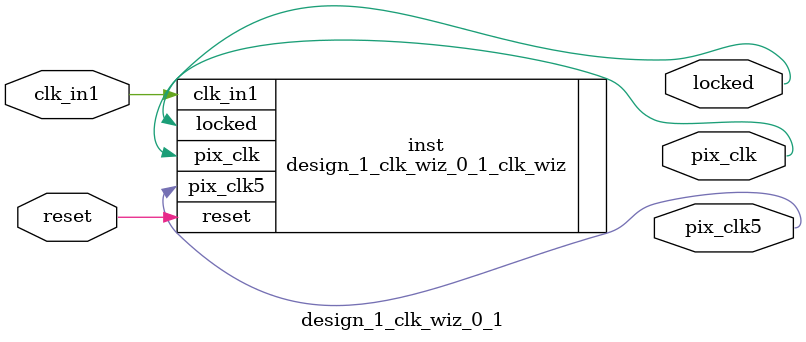
<source format=v>


`timescale 1ps/1ps

(* CORE_GENERATION_INFO = "design_1_clk_wiz_0_1,clk_wiz_v6_0_0_0,{component_name=design_1_clk_wiz_0_1,use_phase_alignment=true,use_min_o_jitter=false,use_max_i_jitter=false,use_dyn_phase_shift=false,use_inclk_switchover=false,use_dyn_reconfig=false,enable_axi=0,feedback_source=FDBK_AUTO,PRIMITIVE=MMCM,num_out_clk=2,clkin1_period=8.000,clkin2_period=10.000,use_power_down=false,use_reset=true,use_locked=true,use_inclk_stopped=false,feedback_type=SINGLE,CLOCK_MGR_TYPE=NA,manual_override=false}" *)

module design_1_clk_wiz_0_1 
 (
  // Clock out ports
  output        pix_clk,
  output        pix_clk5,
  // Status and control signals
  input         reset,
  output        locked,
 // Clock in ports
  input         clk_in1
 );

  design_1_clk_wiz_0_1_clk_wiz inst
  (
  // Clock out ports  
  .pix_clk(pix_clk),
  .pix_clk5(pix_clk5),
  // Status and control signals               
  .reset(reset), 
  .locked(locked),
 // Clock in ports
  .clk_in1(clk_in1)
  );

endmodule

</source>
